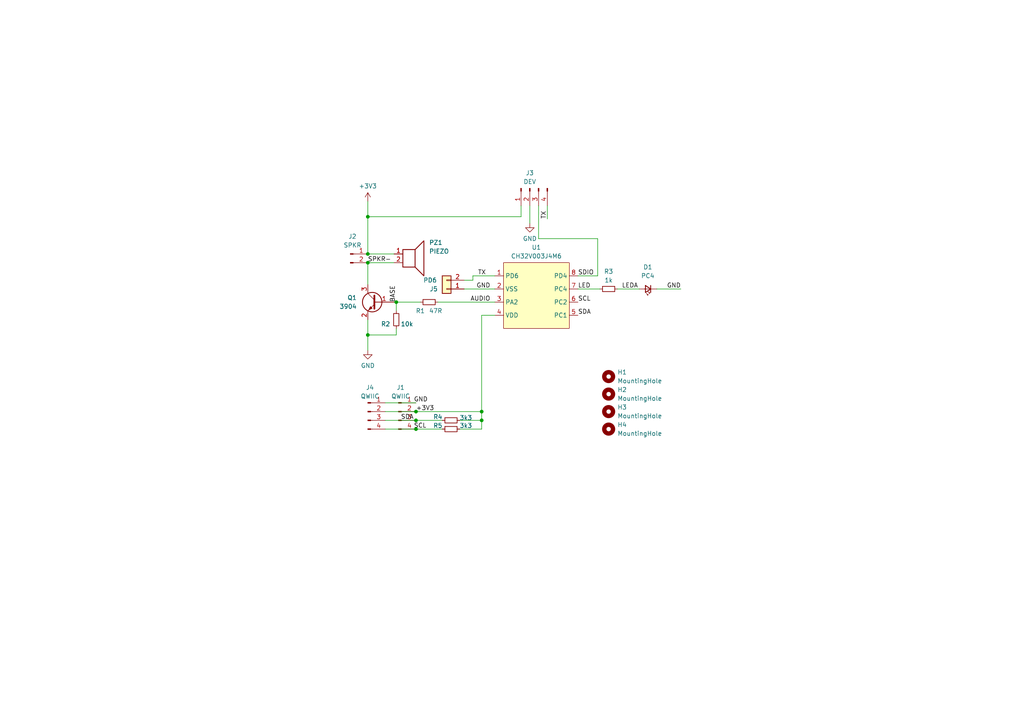
<source format=kicad_sch>
(kicad_sch (version 20231120) (generator "eeschema") (generator_version "8.0")
  (paper "A4")
  (lib_symbols
    (symbol "Accelerando:CH32V003J4M6"
      (property "Reference" "U" (at -10.16 -1.27 0))
      (property "Value" "CH32V003J4M6" (at 2.54 -1.27 0))
      (symbol "CH32V003J4M6_0_1"
        (rectangle (start -10.16 -2.54) (end 8.89 -21.59) (fill (type background)))
      )
      (symbol "CH32V003J4M6_1_1"
        (pin bidirectional line (at -12.7 -6.35 0) (length 2.54) (name "PD6") (number "1"))
        (pin power_in line (at -12.7 -10.16 0) (length 2.54) (name "VSS") (number "2"))
        (pin bidirectional line (at -12.7 -13.97 0) (length 2.54) (name "PA2") (number "3"))
        (pin power_in line (at -12.7 -17.78 0) (length 2.54) (name "VDD") (number "4"))
        (pin bidirectional line (at 11.43 -17.78 180) (length 2.54) (name "PC1") (number "5"))
        (pin bidirectional line (at 11.43 -13.97 180) (length 2.54) (name "PC2") (number "6"))
        (pin bidirectional line (at 11.43 -10.16 180) (length 2.54) (name "PC4") (number "7"))
        (pin bidirectional line (at 11.43 -6.35 180) (length 2.54) (name "PD4") (number "8"))
      )
    )
    (symbol "Connector:Conn_01x02_Pin" (pin_names (offset 1.016) hide)
      (property "Reference" "J" (at 0 2.54 0))
      (property "Value" "Conn_01x02_Pin" (at 0 -5.08 0))
      (symbol "Conn_01x02_Pin_1_1"
        (polyline (pts (xy 1.27 -2.54) (xy 0.8636 -2.54)) (stroke (width 0.1524)))
        (polyline (pts (xy 1.27 0) (xy 0.8636 0)) (stroke (width 0.1524)))
        (rectangle (start 0.8636 -2.413) (end 0 -2.667) (stroke (width 0.1524)) (fill (type outline)))
        (rectangle (start 0.8636 0.127) (end 0 -0.127) (stroke (width 0.1524)) (fill (type outline)))
        (pin passive line (at 5.08 0 180) (length 3.81) (name "Pin_1") (number "1"))
        (pin passive line (at 5.08 -2.54 180) (length 3.81) (name "Pin_2") (number "2"))
      )
    )
    (symbol "Connector:Conn_01x04_Pin" (pin_names (offset 1.016) hide)
      (property "Reference" "J" (at 0 5.08 0))
      (property "Value" "Conn_01x04_Pin" (at 0 -7.62 0))
      (symbol "Conn_01x04_Pin_1_1"
        (polyline (pts (xy 1.27 -5.08) (xy 0.8636 -5.08)) (stroke (width 0.1524)))
        (polyline (pts (xy 1.27 -2.54) (xy 0.8636 -2.54)) (stroke (width 0.1524)))
        (polyline (pts (xy 1.27 0) (xy 0.8636 0)) (stroke (width 0.1524)))
        (polyline (pts (xy 1.27 2.54) (xy 0.8636 2.54)) (stroke (width 0.1524)))
        (rectangle (start 0.8636 -4.953) (end 0 -5.207) (stroke (width 0.1524)) (fill (type outline)))
        (rectangle (start 0.8636 -2.413) (end 0 -2.667) (stroke (width 0.1524)) (fill (type outline)))
        (rectangle (start 0.8636 0.127) (end 0 -0.127) (stroke (width 0.1524)) (fill (type outline)))
        (rectangle (start 0.8636 2.667) (end 0 2.413) (stroke (width 0.1524)) (fill (type outline)))
        (pin passive line (at 5.08 2.54 180) (length 3.81) (name "Pin_1") (number "1"))
        (pin passive line (at 5.08 0 180) (length 3.81) (name "Pin_2") (number "2"))
        (pin passive line (at 5.08 -2.54 180) (length 3.81) (name "Pin_3") (number "3"))
        (pin passive line (at 5.08 -5.08 180) (length 3.81) (name "Pin_4") (number "4"))
      )
    )
    (symbol "Connector_Generic:Conn_01x02" (pin_names (offset 1.016) hide)
      (property "Reference" "J" (at 0 2.54 0))
      (property "Value" "Conn_01x02" (at 0 -5.08 0))
      (symbol "Conn_01x02_1_1"
        (rectangle (start -1.27 -2.413) (end 0 -2.667) (stroke (width 0.1524)))
        (rectangle (start -1.27 0.127) (end 0 -0.127) (stroke (width 0.1524)))
        (rectangle (start -1.27 1.27) (end 1.27 -3.81) (stroke (width 0.254)) (fill (type background)))
        (pin passive line (at -5.08 0 0) (length 3.81) (name "Pin_1") (number "1"))
        (pin passive line (at -5.08 -2.54 0) (length 3.81) (name "Pin_2") (number "2"))
      )
    )
    (symbol "Device:LED_Small" (pin_numbers hide) (pin_names (offset 0.254) hide)
      (property "Reference" "D" (at -1.27 3.175 0))
      (property "Value" "LED_Small" (at -4.445 -2.54 0))
      (symbol "LED_Small_0_1"
        (polyline (pts (xy -0.762 -1.016) (xy -0.762 1.016)) (stroke (width 0.254)))
        (polyline (pts (xy 1.016 0) (xy -0.762 0)))
        (polyline (pts (xy 0.762 -1.016) (xy -0.762 0) (xy 0.762 1.016) (xy 0.762 -1.016)) (stroke (width 0.254)))
        (polyline (pts (xy 0 0.762) (xy -0.508 1.27) (xy -0.254 1.27) (xy -0.508 1.27) (xy -0.508 1.016)))
        (polyline (pts (xy 0.508 1.27) (xy 0 1.778) (xy 0.254 1.778) (xy 0 1.778) (xy 0 1.524)))
      )
      (symbol "LED_Small_1_1"
        (pin passive line (at -2.54 0 0) (length 1.778) (name "K") (number "1"))
        (pin passive line (at 2.54 0 180) (length 1.778) (name "A") (number "2"))
      )
    )
    (symbol "Device:R_Small" (pin_numbers hide) (pin_names (offset 0.254) hide)
      (property "Reference" "R" (at 0.762 0.508 0))
      (property "Value" "R_Small" (at 0.762 -1.016 0))
      (symbol "R_Small_0_1"
        (rectangle (start -0.762 1.778) (end 0.762 -1.778) (stroke (width 0.2032)))
      )
      (symbol "R_Small_1_1"
        (pin passive line (at 0 2.54 270) (length 0.762) (name "~") (number "1"))
        (pin passive line (at 0 -2.54 90) (length 0.762) (name "~") (number "2"))
      )
    )
    (symbol "Device:Speaker" (pin_names (offset 0) hide)
      (property "Reference" "LS" (at 1.27 5.715 0))
      (property "Value" "Speaker" (at 1.27 3.81 0))
      (symbol "Speaker_0_0"
        (rectangle (start -2.54 1.27) (end 1.016 -3.81) (stroke (width 0.254)))
        (polyline (pts (xy 1.016 1.27) (xy 3.556 3.81) (xy 3.556 -6.35) (xy 1.016 -3.81)) (stroke (width 0.254)))
      )
      (symbol "Speaker_1_1"
        (pin input line (at -5.08 0 0) (length 2.54) (name "1") (number "1"))
        (pin input line (at -5.08 -2.54 0) (length 2.54) (name "2") (number "2"))
      )
    )
    (symbol "Mechanical:MountingHole" (pin_names (offset 1.016)) (exclude_from_sim yes) (in_bom no)
      (property "Reference" "H" (at 0 5.08 0))
      (property "Value" "MountingHole" (at 0 3.175 0))
      (symbol "MountingHole_0_1"
        (circle (center 0 0) (radius 1.27) (stroke (width 1.27)))
      )
    )
    (symbol "Transistor_BJT:MMBT3904" (pin_names (offset 0) hide)
      (property "Reference" "Q" (at 5.08 1.905 0))
      (property "Value" "MMBT3904" (at 5.08 0 0))
      (symbol "MMBT3904_0_1"
        (polyline (pts (xy 0.635 0.635) (xy 2.54 2.54)))
        (polyline (pts (xy 0.635 -0.635) (xy 2.54 -2.54) (xy 2.54 -2.54)))
        (polyline (pts (xy 0.635 1.905) (xy 0.635 -1.905) (xy 0.635 -1.905)) (stroke (width 0.508)))
        (polyline (pts (xy 1.27 -1.778) (xy 1.778 -1.27) (xy 2.286 -2.286) (xy 1.27 -1.778) (xy 1.27 -1.778)) (fill (type outline)))
        (circle (center 1.27 0) (radius 2.8194) (stroke (width 0.254)))
      )
      (symbol "MMBT3904_1_1"
        (pin input line (at -5.08 0 0) (length 5.715) (name "B") (number "1"))
        (pin passive line (at 2.54 -5.08 90) (length 2.54) (name "E") (number "2"))
        (pin passive line (at 2.54 5.08 270) (length 2.54) (name "C") (number "3"))
      )
    )
    (symbol "power:+3V3" (power) (pin_names (offset 0))
      (property "Value" "+3V3" (at 0 3.556 0))
      (symbol "+3V3_0_1"
        (polyline (pts (xy -0.762 1.27) (xy 0 2.54)))
        (polyline (pts (xy 0 0) (xy 0 2.54)))
        (polyline (pts (xy 0 2.54) (xy 0.762 1.27)))
      )
      (symbol "+3V3_1_1"
        (pin power_in line (at 0 0 90) (length 0) hide (name "+3V3") (number "1"))
      )
    )
    (symbol "power:GND" (power) (pin_names (offset 0))
      (property "Value" "GND" (at 0 -3.81 0))
      (symbol "GND_0_1"
        (polyline (pts (xy 0 0) (xy 0 -1.27) (xy 1.27 -1.27) (xy 0 -2.54) (xy -1.27 -1.27) (xy 0 -1.27)))
      )
      (symbol "GND_1_1"
        (pin power_in line (at 0 0 270) (length 0) hide (name "GND") (number "1"))
      )
    )
  )
  (junction (at 139.7 119.38))
  (junction (at 139.7 121.92))
  (junction (at 120.65 119.38))
  (junction (at 114.935 87.63))
  (junction (at 106.68 73.66))
  (junction (at 106.68 62.865))
  (junction (at 106.68 76.2))
  (junction (at 120.65 121.92))
  (junction (at 120.65 124.46))
  (junction (at 106.68 97.155))
  (wire (pts (xy 173.355 69.215) (xy 173.355 80.01)))
  (wire (pts (xy 106.68 76.2) (xy 106.68 82.55)))
  (wire (pts (xy 153.67 59.69) (xy 153.67 64.77)))
  (wire (pts (xy 179.07 83.82) (xy 185.42 83.82)))
  (wire (pts (xy 111.76 119.38) (xy 120.65 119.38)))
  (wire (pts (xy 137.16 81.28) (xy 134.62 81.28)))
  (wire (pts (xy 120.65 119.38) (xy 139.7 119.38)))
  (wire (pts (xy 156.21 59.69) (xy 156.21 69.215)))
  (wire (pts (xy 173.355 80.01) (xy 167.64 80.01)))
  (wire (pts (xy 137.16 80.01) (xy 143.51 80.01)))
  (wire (pts (xy 106.68 58.42) (xy 106.68 62.865)))
  (wire (pts (xy 190.5 83.82) (xy 197.485 83.82)))
  (wire (pts (xy 120.65 121.92) (xy 128.27 121.92)))
  (wire (pts (xy 137.16 80.01) (xy 137.16 81.28)))
  (wire (pts (xy 106.68 62.865) (xy 106.68 73.66)))
  (wire (pts (xy 139.7 91.44) (xy 139.7 119.38)))
  (wire (pts (xy 111.76 121.92) (xy 120.65 121.92)))
  (wire (pts (xy 114.935 87.63) (xy 114.935 90.17)))
  (wire (pts (xy 114.935 87.63) (xy 121.92 87.63)))
  (wire (pts (xy 139.7 124.46) (xy 139.7 121.92)))
  (wire (pts (xy 143.51 91.44) (xy 139.7 91.44)))
  (wire (pts (xy 167.64 83.82) (xy 173.99 83.82)))
  (wire (pts (xy 114.935 97.155) (xy 106.68 97.155)))
  (wire (pts (xy 133.35 124.46) (xy 139.7 124.46)))
  (wire (pts (xy 106.68 76.2) (xy 114.3 76.2)))
  (wire (pts (xy 134.62 83.82) (xy 143.51 83.82)))
  (wire (pts (xy 106.68 92.71) (xy 106.68 97.155)))
  (wire (pts (xy 106.68 97.155) (xy 106.68 101.6)))
  (wire (pts (xy 114.3 87.63) (xy 114.935 87.63)))
  (wire (pts (xy 139.7 121.92) (xy 139.7 119.38)))
  (wire (pts (xy 158.75 59.69) (xy 158.75 63.5)))
  (wire (pts (xy 106.68 62.865) (xy 151.13 62.865)))
  (wire (pts (xy 151.13 62.865) (xy 151.13 59.69)))
  (wire (pts (xy 133.35 121.92) (xy 139.7 121.92)))
  (wire (pts (xy 120.65 124.46) (xy 128.27 124.46)))
  (wire (pts (xy 114.935 95.25) (xy 114.935 97.155)))
  (wire (pts (xy 111.76 116.84) (xy 120.65 116.84)))
  (wire (pts (xy 127 87.63) (xy 143.51 87.63)))
  (wire (pts (xy 106.68 73.66) (xy 114.3 73.66)))
  (wire (pts (xy 111.76 124.46) (xy 120.65 124.46)))
  (wire (pts (xy 156.21 69.215) (xy 173.355 69.215)))
  (label "AUDIO" (at 142.24 87.63 180))
  (label "SDA" (at 167.64 91.44 0))
  (label "SDIO" (at 167.64 80.01 0))
  (label "BASE" (at 114.935 87.63 90))
  (label "SCL" (at 120.015 124.46 0))
  (label "SPKR-" (at 106.68 76.2 0))
  (label "SCL" (at 167.64 87.63 0))
  (label "TX" (at 158.75 63.5 90))
  (label "LED" (at 167.64 83.82 0))
  (label "GND" (at 142.24 83.82 180))
  (label "SDA" (at 120.015 121.92 180))
  (label "GND" (at 197.485 83.82 180))
  (label "+3V3" (at 120.65 119.38 0))
  (label "TX" (at 140.97 80.01 180))
  (label "LEDA" (at 180.34 83.82 0))
  (label "GND" (at 120.015 116.84 0))
  (symbol (lib_id "Mechanical:MountingHole") (at 176.53 124.46 0) (unit 1) (exclude_from_sim yes) (in_bom no)
    (property "Reference" "H4" (at 179.07 123.1899 0) (effects (justify left)))
    (property "Value" "MountingHole" (at 179.07 125.7299 0) (effects (justify left)))
    (property "Footprint" "Accelerando:MountingHole_2.0mm" (effects (hide yes)))
    (property "Description" "Mounting Hole without connection" (effects (hide yes)))
  )
  (symbol (lib_id "Device:R_Small") (at 130.81 121.92 90) (unit 1)
    (property "Reference" "R4" (at 127 120.904 90))
    (property "Value" "3k3" (at 135.128 121.158 90))
    (property "Footprint" "Resistor_SMD:R_0603_1608Metric" (effects (hide yes)))
    (property "Description" "Resistor, small symbol" (effects (hide yes)))
  )
  (symbol (lib_id "power:GND") (at 153.67 64.77 0) (unit 1)
    (property "Reference" "#PWR03" (effects (hide yes)))
    (property "Value" "GND" (at 153.67 69.215 0))
  )
  (symbol (lib_id "Connector:Conn_01x04_Pin") (at 153.67 54.61 90) (mirror x) (unit 1)
    (property "Reference" "J3" (at 153.67 50.165 90))
    (property "Value" "DEV" (at 153.67 52.705 90))
    (property "Footprint" "Connector_JST:JST_GH_SM04B-GHS-TB_1x04-1MP_P1.25mm_Horizontal" (effects (hide yes)))
    (property "Description" "Generic connector, single row, 01x04, script generated" (effects (hide yes)))
  )
  (symbol (lib_id "Mechanical:MountingHole") (at 176.53 119.38 0) (unit 1) (exclude_from_sim yes) (in_bom no)
    (property "Reference" "H3" (at 179.07 118.1099 0) (effects (justify left)))
    (property "Value" "MountingHole" (at 179.07 120.6499 0) (effects (justify left)))
    (property "Footprint" "Accelerando:MountingHole_2.0mm" (effects (hide yes)))
    (property "Description" "Mounting Hole without connection" (effects (hide yes)))
  )
  (symbol (lib_id "Connector:Conn_01x04_Pin") (at 115.57 119.38 0) (unit 1)
    (property "Reference" "J1" (at 116.205 112.395 0))
    (property "Value" "QWIIC" (at 116.205 114.935 0))
    (property "Footprint" "Connector_JST:JST_SH_SM04B-SRSS-TB_1x04-1MP_P1.00mm_Horizontal" (effects (hide yes)))
  )
  (symbol (lib_id "Device:R_Small") (at 176.53 83.82 90) (unit 1)
    (property "Reference" "R3" (at 176.53 78.74 90))
    (property "Value" "1k" (at 176.53 81.28 90))
    (property "Footprint" "Resistor_SMD:R_0603_1608Metric" (effects (hide yes)))
  )
  (symbol (lib_id "Transistor_BJT:MMBT3904") (at 109.22 87.63 0) (mirror y) (unit 1)
    (property "Reference" "Q1" (at 103.505 86.36 0) (effects (justify left)))
    (property "Value" "3904" (at 103.505 88.9 0) (effects (justify left)))
    (property "Footprint" "Package_TO_SOT_SMD:SOT-23" (effects (hide yes)))
    (property "Datasheet" "https://www.onsemi.com/pdf/datasheet/pzt3904-d.pdf" (effects (hide yes)))
  )
  (symbol (lib_id "Device:Speaker") (at 119.38 73.66 0) (unit 1)
    (property "Reference" "PZ1" (at 124.46 70.358 0) (effects (justify left)))
    (property "Value" "PIEZO" (at 124.46 72.898 0) (effects (justify left)))
    (property "Footprint" "Buzzer_Beeper:Buzzer_Murata_PKMCS0909E" (effects (hide yes)))
    (property "Description" "Speaker" (effects (hide yes)))
  )
  (symbol (lib_id "Connector_Generic:Conn_01x02") (at 129.54 83.82 180) (unit 1)
    (property "Reference" "J5" (at 127 83.8201 0) (effects (justify left)))
    (property "Value" "PD6" (at 126.746 81.28 0) (effects (justify left)))
    (property "Footprint" "Connector_PinHeader_2.00mm:PinHeader_1x02_P2.00mm_Vertical" (effects (hide yes)))
    (property "Description" "Generic connector, single row, 01x02, script generated (kicad-library-utils/schlib/autogen/connector/)" (effects (hide yes)))
  )
  (symbol (lib_id "Connector:Conn_01x02_Pin") (at 101.6 73.66 0) (unit 1)
    (property "Reference" "J2" (at 102.235 68.58 0))
    (property "Value" "SPKR" (at 102.235 71.12 0))
    (property "Footprint" "Connector_JST:JST_GH_SM02B-GHS-TB_1x02-1MP_P1.25mm_Horizontal" (effects (hide yes)))
  )
  (symbol (lib_id "Device:R_Small") (at 114.935 92.71 180) (unit 1)
    (property "Reference" "R2" (at 110.49 93.98 0) (effects (justify right)))
    (property "Value" "10k" (at 116.205 93.98 0) (effects (justify right)))
    (property "Footprint" "Resistor_SMD:R_0603_1608Metric" (effects (hide yes)))
  )
  (symbol (lib_id "Mechanical:MountingHole") (at 176.53 109.22 0) (unit 1) (exclude_from_sim yes) (in_bom no)
    (property "Reference" "H1" (at 179.07 107.9499 0) (effects (justify left)))
    (property "Value" "MountingHole" (at 179.07 110.4899 0) (effects (justify left)))
    (property "Footprint" "Accelerando:MountingHole_2.0mm" (effects (hide yes)))
    (property "Description" "Mounting Hole without connection" (effects (hide yes)))
  )
  (symbol (lib_id "Device:R_Small") (at 130.81 124.46 90) (unit 1)
    (property "Reference" "R5" (at 127 123.444 90))
    (property "Value" "3k3" (at 135.128 123.444 90))
    (property "Footprint" "Resistor_SMD:R_0603_1608Metric" (effects (hide yes)))
    (property "Description" "Resistor, small symbol" (effects (hide yes)))
  )
  (symbol (lib_id "power:GND") (at 106.68 101.6 0) (unit 1)
    (property "Reference" "#PWR02" (effects (hide yes)))
    (property "Value" "GND" (at 106.68 106.045 0))
  )
  (symbol (lib_id "Device:LED_Small") (at 187.96 83.82 180) (unit 1)
    (property "Reference" "D1" (at 187.8965 77.47 0))
    (property "Value" "PC4" (at 187.8965 80.01 0))
    (property "Footprint" "LED_SMD:LED_0603_1608Metric" (effects (hide yes)))
  )
  (symbol (lib_id "Accelerando:CH32V003J4M6") (at 156.21 73.66 0) (unit 1)
    (property "Reference" "U1" (at 155.575 71.755 0))
    (property "Value" "CH32V003J4M6" (at 155.575 74.295 0))
    (property "Footprint" "Package_SO:SOIC-8_3.9x4.9mm_P1.27mm" (effects (hide yes)))
  )
  (symbol (lib_id "Mechanical:MountingHole") (at 176.53 114.3 0) (unit 1) (exclude_from_sim yes) (in_bom no)
    (property "Reference" "H2" (at 179.07 113.0299 0) (effects (justify left)))
    (property "Value" "MountingHole" (at 179.07 115.5699 0) (effects (justify left)))
    (property "Footprint" "Accelerando:MountingHole_2.0mm" (effects (hide yes)))
    (property "Description" "Mounting Hole without connection" (effects (hide yes)))
  )
  (symbol (lib_id "Connector:Conn_01x04_Pin") (at 106.68 119.38 0) (unit 1)
    (property "Reference" "J4" (at 107.315 112.395 0))
    (property "Value" "QWIIC" (at 107.315 114.935 0))
    (property "Footprint" "Connector_JST:JST_SH_SM04B-SRSS-TB_1x04-1MP_P1.00mm_Horizontal" (effects (hide yes)))
  )
  (symbol (lib_id "power:+3V3") (at 106.68 58.42 0) (unit 1)
    (property "Reference" "#PWR01" (effects (hide yes)))
    (property "Value" "+3V3" (at 106.68 53.975 0))
  )
  (symbol (lib_id "Device:R_Small") (at 124.46 87.63 90) (unit 1)
    (property "Reference" "R1" (at 121.92 90.17 90))
    (property "Value" "47R" (at 126.365 90.17 90))
    (property "Footprint" "Resistor_SMD:R_0603_1608Metric" (effects (hide yes)))
  )
)
</source>
